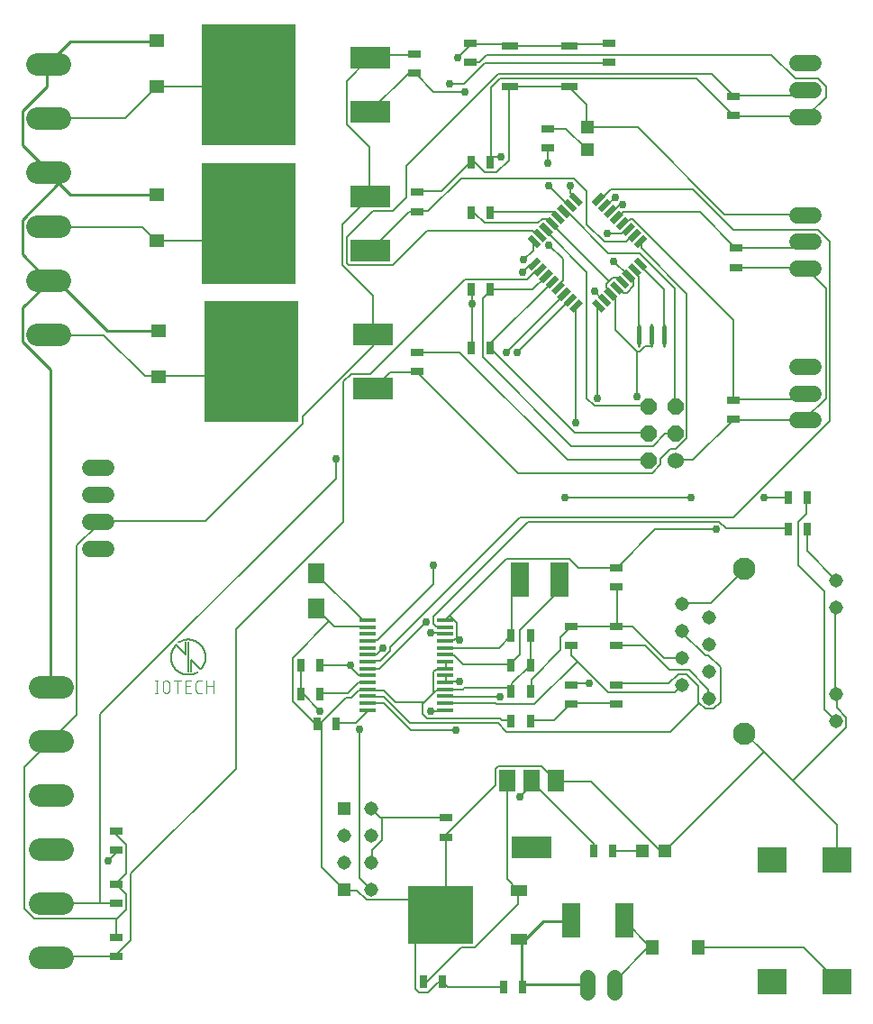
<source format=gbr>
G04 EAGLE Gerber RS-274X export*
G75*
%MOMM*%
%FSLAX34Y34*%
%LPD*%
%AMOC8*
5,1,8,0,0,1.08239X$1,22.5*%
G01*
%ADD10R,1.200000X0.800000*%
%ADD11R,1.200000X1.200000*%
%ADD12R,1.270000X1.470000*%
%ADD13R,0.800000X1.200000*%
%ADD14R,1.780000X3.200000*%
%ADD15R,1.498600X2.006600*%
%ADD16R,3.810000X2.006600*%
%ADD17R,2.800000X2.400000*%
%ADD18R,6.200000X5.400000*%
%ADD19R,1.600000X1.000000*%
%ADD20C,1.422400*%
%ADD21R,1.470000X1.270000*%
%ADD22R,3.810000X2.082800*%
%ADD23R,8.890000X11.430000*%
%ADD24C,1.524000*%
%ADD25R,1.308000X1.308000*%
%ADD26C,1.308000*%
%ADD27C,2.095500*%
%ADD28R,1.500000X0.400000*%
%ADD29R,1.700000X3.300000*%
%ADD30R,1.600000X1.900000*%
%ADD31C,0.127000*%
%ADD32C,0.101600*%
%ADD33C,2.100000*%
%ADD34R,1.270000X0.558800*%
%ADD35R,0.558800X1.270000*%
%ADD36R,1.524000X0.762000*%
%ADD37C,0.450000*%
%ADD38C,0.254000*%
%ADD39C,1.524000*%
%ADD40P,1.649562X8X112.500000*%
%ADD41C,0.203200*%
%ADD42C,0.756400*%


D10*
X442500Y178500D03*
X442500Y196500D03*
D11*
X648000Y165000D03*
X627000Y165000D03*
D12*
X679000Y75000D03*
X636000Y75000D03*
D13*
X439000Y42500D03*
X421000Y42500D03*
X599000Y165000D03*
X581000Y165000D03*
D14*
X609900Y100000D03*
X560100Y100000D03*
D15*
X545106Y231496D03*
X522246Y231496D03*
X499386Y231496D03*
D16*
X522500Y168504D03*
D17*
X810000Y43000D03*
X810000Y157000D03*
X749000Y43000D03*
X749000Y157000D03*
D18*
X437500Y105000D03*
D19*
X510500Y82200D03*
X510500Y127800D03*
D13*
X496000Y37500D03*
X514000Y37500D03*
D20*
X600200Y32888D02*
X600200Y47112D01*
X574800Y47112D02*
X574800Y32888D01*
D10*
X412500Y914000D03*
X412500Y896000D03*
D21*
X170000Y883500D03*
X170000Y926500D03*
D22*
X371400Y859600D03*
X371400Y910400D03*
D23*
X257100Y885000D03*
D10*
X712500Y589000D03*
X712500Y571000D03*
D24*
X772380Y620000D02*
X787620Y620000D01*
X787620Y595000D02*
X772380Y595000D01*
X772380Y570000D02*
X787620Y570000D01*
D10*
X715000Y731500D03*
X715000Y713500D03*
D24*
X772380Y762500D02*
X787620Y762500D01*
X787620Y737500D02*
X772380Y737500D01*
X772380Y712500D02*
X787620Y712500D01*
D10*
X415000Y784000D03*
X415000Y766000D03*
D21*
X170000Y738500D03*
X170000Y781500D03*
D22*
X371400Y729600D03*
X371400Y780400D03*
D23*
X257100Y755000D03*
D25*
X346375Y129250D03*
X346375Y205450D03*
D26*
X346375Y154650D03*
X346375Y180050D03*
X371775Y180050D03*
X371775Y154650D03*
X371775Y129250D03*
X371775Y205450D03*
D27*
X78778Y904500D02*
X57823Y904500D01*
X57823Y853700D02*
X78778Y853700D01*
X78778Y650500D02*
X57823Y650500D01*
X57823Y802900D02*
X78778Y802900D01*
X78778Y752100D02*
X57823Y752100D01*
X57823Y701300D02*
X78778Y701300D01*
X81278Y319500D02*
X60323Y319500D01*
X60323Y268700D02*
X81278Y268700D01*
X81278Y65500D02*
X60323Y65500D01*
X60323Y217900D02*
X81278Y217900D01*
X81278Y167100D02*
X60323Y167100D01*
X60323Y116300D02*
X81278Y116300D01*
D10*
X415000Y634000D03*
X415000Y616000D03*
D21*
X172500Y611000D03*
X172500Y654000D03*
D22*
X373900Y599600D03*
X373900Y650400D03*
D23*
X259600Y625000D03*
D10*
X712500Y874000D03*
X712500Y856000D03*
D24*
X772380Y905000D02*
X787620Y905000D01*
X787620Y880000D02*
X772380Y880000D01*
X772380Y855000D02*
X787620Y855000D01*
D10*
X132500Y184000D03*
X132500Y166000D03*
X132500Y134000D03*
X132500Y116000D03*
X132500Y84000D03*
X132500Y66000D03*
D28*
X368750Y382250D03*
X368750Y375750D03*
X368750Y369250D03*
X368750Y362750D03*
X368750Y356250D03*
X368750Y349750D03*
X368750Y343250D03*
X368750Y336750D03*
X368750Y330250D03*
X368750Y323750D03*
X368750Y317250D03*
X368750Y310750D03*
X368750Y304250D03*
X368750Y297750D03*
X441250Y297750D03*
X441250Y304250D03*
X441250Y310750D03*
X441250Y317250D03*
X441250Y323750D03*
X441250Y330250D03*
X441250Y336750D03*
X441250Y343250D03*
X441250Y349750D03*
X441250Y356250D03*
X441250Y362750D03*
X441250Y369250D03*
X441250Y375750D03*
X441250Y382250D03*
D13*
X324000Y312500D03*
X306000Y312500D03*
X324000Y340000D03*
X306000Y340000D03*
X339000Y285000D03*
X321000Y285000D03*
D29*
X511500Y420000D03*
X548500Y420000D03*
D13*
X503500Y340000D03*
X521500Y340000D03*
X503500Y367500D03*
X521500Y367500D03*
D10*
X560000Y358500D03*
X560000Y376500D03*
X602500Y358500D03*
X602500Y376500D03*
X602500Y303500D03*
X602500Y321500D03*
X560000Y303500D03*
X560000Y321500D03*
D13*
X521500Y315000D03*
X503500Y315000D03*
D10*
X602500Y431500D03*
X602500Y413500D03*
D13*
X521500Y287500D03*
X503500Y287500D03*
D30*
X320000Y393500D03*
X320000Y426500D03*
D13*
X781500Y467500D03*
X763500Y467500D03*
X781500Y497500D03*
X763500Y497500D03*
D31*
X200000Y361470D02*
X200000Y333530D01*
X202540Y333530D02*
X202540Y344960D01*
X211430Y336070D01*
X197460Y350040D02*
X188570Y358930D01*
X197460Y361470D02*
X197460Y350040D01*
X191110Y361471D02*
X191449Y361680D01*
X191793Y361881D01*
X192142Y362074D01*
X192495Y362258D01*
X192853Y362433D01*
X193215Y362600D01*
X193581Y362758D01*
X193951Y362907D01*
X194324Y363046D01*
X194701Y363177D01*
X195080Y363298D01*
X195463Y363411D01*
X195848Y363513D01*
X196235Y363607D01*
X196625Y363691D01*
X197016Y363765D01*
X197409Y363830D01*
X197804Y363885D01*
X198200Y363931D01*
X198597Y363967D01*
X198995Y363993D01*
X199393Y364010D01*
X199791Y364017D01*
X200190Y364014D01*
X200588Y364001D01*
X200986Y363979D01*
X201383Y363947D01*
X201780Y363906D01*
X202175Y363855D01*
X202569Y363794D01*
X202961Y363724D01*
X203351Y363644D01*
X203740Y363554D01*
X204126Y363455D01*
X204509Y363347D01*
X204890Y363230D01*
X205268Y363103D01*
X205643Y362967D01*
X206014Y362822D01*
X206382Y362668D01*
X206745Y362505D01*
X207105Y362333D01*
X207460Y362153D01*
X207811Y361964D01*
X208157Y361767D01*
X208499Y361561D01*
X208835Y361347D01*
X209165Y361124D01*
X209491Y360894D01*
X209810Y360656D01*
X210124Y360410D01*
X210432Y360157D01*
X210733Y359896D01*
X211028Y359628D01*
X211316Y359353D01*
X211598Y359071D01*
X211872Y358782D01*
X212140Y358486D01*
X212400Y358184D01*
X212653Y357876D01*
X212898Y357562D01*
X213135Y357242D01*
X213365Y356916D01*
X213586Y356585D01*
X213800Y356248D01*
X214005Y355907D01*
X214202Y355560D01*
X214390Y355209D01*
X214570Y354853D01*
X214741Y354493D01*
X214903Y354129D01*
X215056Y353761D01*
X215200Y353390D01*
X215335Y353015D01*
X215461Y352637D01*
X215578Y352256D01*
X215685Y351872D01*
X215783Y351485D01*
X215872Y351097D01*
X215951Y350706D01*
X216021Y350314D01*
X216080Y349920D01*
X216131Y349525D01*
X216172Y349128D01*
X216203Y348731D01*
X216224Y348333D01*
X216236Y347935D01*
X216238Y347536D01*
X216230Y347138D01*
X216212Y346739D01*
X216185Y346342D01*
X216148Y345945D01*
X216102Y345549D01*
X216046Y345155D01*
X215980Y344761D01*
X215905Y344370D01*
X215820Y343981D01*
X215726Y343593D01*
X215622Y343209D01*
X215509Y342826D01*
X215387Y342447D01*
X215256Y342071D01*
X215115Y341698D01*
X214965Y341329D01*
X214807Y340963D01*
X214639Y340601D01*
X214463Y340244D01*
X214278Y339891D01*
X214085Y339542D01*
X213883Y339199D01*
X213673Y338860D01*
X213455Y338527D01*
X213229Y338199D01*
X212994Y337876D01*
X212752Y337560D01*
X212503Y337249D01*
X212245Y336945D01*
X211981Y336646D01*
X211709Y336355D01*
X211430Y336070D01*
X208890Y333529D02*
X208551Y333320D01*
X208207Y333119D01*
X207858Y332926D01*
X207505Y332742D01*
X207147Y332567D01*
X206785Y332400D01*
X206419Y332242D01*
X206049Y332093D01*
X205676Y331954D01*
X205299Y331823D01*
X204920Y331702D01*
X204537Y331589D01*
X204152Y331487D01*
X203765Y331393D01*
X203375Y331309D01*
X202984Y331235D01*
X202591Y331170D01*
X202196Y331115D01*
X201800Y331069D01*
X201403Y331033D01*
X201005Y331007D01*
X200607Y330990D01*
X200209Y330983D01*
X199810Y330986D01*
X199412Y330999D01*
X199014Y331021D01*
X198617Y331053D01*
X198220Y331094D01*
X197825Y331145D01*
X197431Y331206D01*
X197039Y331276D01*
X196649Y331356D01*
X196260Y331446D01*
X195874Y331545D01*
X195491Y331653D01*
X195110Y331770D01*
X194732Y331897D01*
X194357Y332033D01*
X193986Y332178D01*
X193618Y332332D01*
X193255Y332495D01*
X192895Y332667D01*
X192540Y332847D01*
X192189Y333036D01*
X191843Y333233D01*
X191501Y333439D01*
X191165Y333653D01*
X190835Y333876D01*
X190509Y334106D01*
X190190Y334344D01*
X189876Y334590D01*
X189568Y334843D01*
X189267Y335104D01*
X188972Y335372D01*
X188684Y335647D01*
X188402Y335929D01*
X188128Y336218D01*
X187860Y336514D01*
X187600Y336816D01*
X187347Y337124D01*
X187102Y337438D01*
X186865Y337758D01*
X186635Y338084D01*
X186414Y338415D01*
X186200Y338752D01*
X185995Y339093D01*
X185798Y339440D01*
X185610Y339791D01*
X185430Y340147D01*
X185259Y340507D01*
X185097Y340871D01*
X184944Y341239D01*
X184800Y341610D01*
X184665Y341985D01*
X184539Y342363D01*
X184422Y342744D01*
X184315Y343128D01*
X184217Y343515D01*
X184128Y343903D01*
X184049Y344294D01*
X183979Y344686D01*
X183920Y345080D01*
X183869Y345475D01*
X183828Y345872D01*
X183797Y346269D01*
X183776Y346667D01*
X183764Y347065D01*
X183762Y347464D01*
X183770Y347862D01*
X183788Y348261D01*
X183815Y348658D01*
X183852Y349055D01*
X183898Y349451D01*
X183954Y349845D01*
X184020Y350239D01*
X184095Y350630D01*
X184180Y351019D01*
X184274Y351407D01*
X184378Y351791D01*
X184491Y352174D01*
X184613Y352553D01*
X184744Y352929D01*
X184885Y353302D01*
X185035Y353671D01*
X185193Y354037D01*
X185361Y354399D01*
X185537Y354756D01*
X185722Y355109D01*
X185915Y355458D01*
X186117Y355801D01*
X186327Y356140D01*
X186545Y356473D01*
X186771Y356801D01*
X187006Y357124D01*
X187248Y357440D01*
X187497Y357751D01*
X187755Y358055D01*
X188019Y358354D01*
X188291Y358645D01*
X188570Y358930D01*
D32*
X170056Y325402D02*
X170056Y313718D01*
X168758Y313718D02*
X171354Y313718D01*
X171354Y325402D02*
X168758Y325402D01*
X175955Y322156D02*
X175955Y316964D01*
X175954Y322156D02*
X175956Y322269D01*
X175962Y322382D01*
X175972Y322495D01*
X175986Y322608D01*
X176003Y322720D01*
X176025Y322831D01*
X176050Y322941D01*
X176080Y323051D01*
X176113Y323159D01*
X176150Y323266D01*
X176190Y323372D01*
X176235Y323476D01*
X176283Y323579D01*
X176334Y323680D01*
X176389Y323779D01*
X176447Y323876D01*
X176509Y323971D01*
X176574Y324064D01*
X176642Y324154D01*
X176713Y324242D01*
X176788Y324328D01*
X176865Y324411D01*
X176945Y324491D01*
X177028Y324568D01*
X177114Y324643D01*
X177202Y324714D01*
X177292Y324782D01*
X177385Y324847D01*
X177480Y324909D01*
X177577Y324967D01*
X177676Y325022D01*
X177777Y325073D01*
X177880Y325121D01*
X177984Y325166D01*
X178090Y325206D01*
X178197Y325243D01*
X178305Y325276D01*
X178415Y325306D01*
X178525Y325331D01*
X178636Y325353D01*
X178748Y325370D01*
X178861Y325384D01*
X178974Y325394D01*
X179087Y325400D01*
X179200Y325402D01*
X179313Y325400D01*
X179426Y325394D01*
X179539Y325384D01*
X179652Y325370D01*
X179764Y325353D01*
X179875Y325331D01*
X179985Y325306D01*
X180095Y325276D01*
X180203Y325243D01*
X180310Y325206D01*
X180416Y325166D01*
X180520Y325121D01*
X180623Y325073D01*
X180724Y325022D01*
X180823Y324967D01*
X180920Y324909D01*
X181015Y324847D01*
X181108Y324782D01*
X181198Y324714D01*
X181286Y324643D01*
X181372Y324568D01*
X181455Y324491D01*
X181535Y324411D01*
X181612Y324328D01*
X181687Y324242D01*
X181758Y324154D01*
X181826Y324064D01*
X181891Y323971D01*
X181953Y323876D01*
X182011Y323779D01*
X182066Y323680D01*
X182117Y323579D01*
X182165Y323476D01*
X182210Y323372D01*
X182250Y323266D01*
X182287Y323159D01*
X182320Y323051D01*
X182350Y322941D01*
X182375Y322831D01*
X182397Y322720D01*
X182414Y322608D01*
X182428Y322495D01*
X182438Y322382D01*
X182444Y322269D01*
X182446Y322156D01*
X182446Y316964D01*
X182444Y316851D01*
X182438Y316738D01*
X182428Y316625D01*
X182414Y316512D01*
X182397Y316400D01*
X182375Y316289D01*
X182350Y316179D01*
X182320Y316069D01*
X182287Y315961D01*
X182250Y315854D01*
X182210Y315748D01*
X182165Y315644D01*
X182117Y315541D01*
X182066Y315440D01*
X182011Y315341D01*
X181953Y315244D01*
X181891Y315149D01*
X181826Y315056D01*
X181758Y314966D01*
X181687Y314878D01*
X181612Y314792D01*
X181535Y314709D01*
X181455Y314629D01*
X181372Y314552D01*
X181286Y314477D01*
X181198Y314406D01*
X181108Y314338D01*
X181015Y314273D01*
X180920Y314211D01*
X180823Y314153D01*
X180724Y314098D01*
X180623Y314047D01*
X180520Y313999D01*
X180416Y313954D01*
X180310Y313914D01*
X180203Y313877D01*
X180095Y313844D01*
X179985Y313814D01*
X179875Y313789D01*
X179764Y313767D01*
X179652Y313750D01*
X179539Y313736D01*
X179426Y313726D01*
X179313Y313720D01*
X179200Y313718D01*
X179087Y313720D01*
X178974Y313726D01*
X178861Y313736D01*
X178748Y313750D01*
X178636Y313767D01*
X178525Y313789D01*
X178415Y313814D01*
X178305Y313844D01*
X178197Y313877D01*
X178090Y313914D01*
X177984Y313954D01*
X177880Y313999D01*
X177777Y314047D01*
X177676Y314098D01*
X177577Y314153D01*
X177480Y314211D01*
X177385Y314273D01*
X177292Y314338D01*
X177202Y314406D01*
X177114Y314477D01*
X177028Y314552D01*
X176945Y314629D01*
X176865Y314709D01*
X176788Y314792D01*
X176713Y314878D01*
X176642Y314966D01*
X176574Y315056D01*
X176509Y315149D01*
X176447Y315244D01*
X176389Y315341D01*
X176334Y315440D01*
X176283Y315541D01*
X176235Y315644D01*
X176190Y315748D01*
X176150Y315854D01*
X176113Y315961D01*
X176080Y316069D01*
X176050Y316179D01*
X176025Y316289D01*
X176003Y316400D01*
X175986Y316512D01*
X175972Y316625D01*
X175962Y316738D01*
X175956Y316851D01*
X175954Y316964D01*
X189868Y313718D02*
X189868Y325402D01*
X186623Y325402D02*
X193114Y325402D01*
X197694Y313718D02*
X202887Y313718D01*
X197694Y313718D02*
X197694Y325402D01*
X202887Y325402D01*
X201589Y320209D02*
X197694Y320209D01*
X209760Y313718D02*
X212356Y313718D01*
X209760Y313718D02*
X209661Y313720D01*
X209561Y313726D01*
X209462Y313735D01*
X209364Y313748D01*
X209266Y313765D01*
X209168Y313786D01*
X209072Y313811D01*
X208977Y313839D01*
X208883Y313871D01*
X208790Y313906D01*
X208698Y313945D01*
X208608Y313988D01*
X208520Y314033D01*
X208433Y314083D01*
X208349Y314135D01*
X208266Y314191D01*
X208186Y314249D01*
X208108Y314311D01*
X208033Y314376D01*
X207960Y314444D01*
X207890Y314514D01*
X207822Y314587D01*
X207757Y314662D01*
X207695Y314740D01*
X207637Y314820D01*
X207581Y314903D01*
X207529Y314987D01*
X207479Y315074D01*
X207434Y315162D01*
X207391Y315252D01*
X207352Y315344D01*
X207317Y315437D01*
X207285Y315531D01*
X207257Y315626D01*
X207232Y315722D01*
X207211Y315820D01*
X207194Y315918D01*
X207181Y316016D01*
X207172Y316115D01*
X207166Y316215D01*
X207164Y316314D01*
X207163Y316314D02*
X207163Y322806D01*
X207164Y322806D02*
X207166Y322905D01*
X207172Y323005D01*
X207181Y323104D01*
X207194Y323202D01*
X207211Y323300D01*
X207232Y323398D01*
X207257Y323494D01*
X207285Y323589D01*
X207317Y323683D01*
X207352Y323776D01*
X207391Y323868D01*
X207434Y323958D01*
X207479Y324046D01*
X207529Y324133D01*
X207581Y324217D01*
X207637Y324300D01*
X207695Y324380D01*
X207757Y324458D01*
X207822Y324533D01*
X207890Y324606D01*
X207960Y324676D01*
X208033Y324744D01*
X208108Y324809D01*
X208186Y324871D01*
X208266Y324929D01*
X208349Y324985D01*
X208433Y325037D01*
X208520Y325087D01*
X208608Y325132D01*
X208698Y325175D01*
X208790Y325214D01*
X208882Y325249D01*
X208977Y325281D01*
X209072Y325309D01*
X209168Y325334D01*
X209266Y325355D01*
X209364Y325372D01*
X209462Y325385D01*
X209561Y325394D01*
X209661Y325400D01*
X209760Y325402D01*
X212356Y325402D01*
X217103Y325402D02*
X217103Y313718D01*
X217103Y320209D02*
X223594Y320209D01*
X223594Y325402D02*
X223594Y313718D01*
D33*
X722700Y275750D03*
X722700Y430650D03*
D26*
X808400Y419450D03*
X808400Y394050D03*
X808400Y312350D03*
X808400Y286950D03*
X664300Y397600D03*
X664300Y372200D03*
X664300Y346800D03*
X664300Y321400D03*
X689700Y385000D03*
X689700Y359600D03*
X689700Y334200D03*
X689700Y308800D03*
D24*
X122620Y449400D02*
X107380Y449400D01*
X107380Y474800D02*
X122620Y474800D01*
X122620Y500200D02*
X107380Y500200D01*
X107380Y525600D02*
X122620Y525600D01*
D10*
X465000Y924000D03*
X465000Y906000D03*
D13*
X466000Y812500D03*
X484000Y812500D03*
X466000Y765000D03*
X484000Y765000D03*
D10*
X537500Y826000D03*
X537500Y844000D03*
D11*
X575000Y845500D03*
X575000Y824500D03*
D34*
G36*
X583040Y683813D02*
X592019Y674834D01*
X588068Y670883D01*
X579089Y679862D01*
X583040Y683813D01*
G37*
G36*
X588697Y689470D02*
X597676Y680491D01*
X593725Y676540D01*
X584746Y685519D01*
X588697Y689470D01*
G37*
G36*
X594354Y695126D02*
X603333Y686147D01*
X599382Y682196D01*
X590403Y691175D01*
X594354Y695126D01*
G37*
G36*
X600011Y700783D02*
X608990Y691804D01*
X605039Y687853D01*
X596060Y696832D01*
X600011Y700783D01*
G37*
G36*
X605668Y706440D02*
X614647Y697461D01*
X610696Y693510D01*
X601717Y702489D01*
X605668Y706440D01*
G37*
G36*
X611325Y712097D02*
X620304Y703118D01*
X616353Y699167D01*
X607374Y708146D01*
X611325Y712097D01*
G37*
G36*
X616981Y717754D02*
X625960Y708775D01*
X622009Y704824D01*
X613030Y713803D01*
X616981Y717754D01*
G37*
G36*
X622638Y723411D02*
X631617Y714432D01*
X627666Y710481D01*
X618687Y719460D01*
X622638Y723411D01*
G37*
D35*
G36*
X627666Y744519D02*
X631617Y740568D01*
X622638Y731589D01*
X618687Y735540D01*
X627666Y744519D01*
G37*
G36*
X622009Y750176D02*
X625960Y746225D01*
X616981Y737246D01*
X613030Y741197D01*
X622009Y750176D01*
G37*
G36*
X616353Y755833D02*
X620304Y751882D01*
X611325Y742903D01*
X607374Y746854D01*
X616353Y755833D01*
G37*
G36*
X610696Y761490D02*
X614647Y757539D01*
X605668Y748560D01*
X601717Y752511D01*
X610696Y761490D01*
G37*
G36*
X605039Y767147D02*
X608990Y763196D01*
X600011Y754217D01*
X596060Y758168D01*
X605039Y767147D01*
G37*
G36*
X599382Y772804D02*
X603333Y768853D01*
X594354Y759874D01*
X590403Y763825D01*
X599382Y772804D01*
G37*
G36*
X593725Y778460D02*
X597676Y774509D01*
X588697Y765530D01*
X584746Y769481D01*
X593725Y778460D01*
G37*
G36*
X588068Y784117D02*
X592019Y780166D01*
X583040Y771187D01*
X579089Y775138D01*
X588068Y784117D01*
G37*
D34*
G36*
X561932Y784117D02*
X570911Y775138D01*
X566960Y771187D01*
X557981Y780166D01*
X561932Y784117D01*
G37*
G36*
X556275Y778460D02*
X565254Y769481D01*
X561303Y765530D01*
X552324Y774509D01*
X556275Y778460D01*
G37*
G36*
X550618Y772804D02*
X559597Y763825D01*
X555646Y759874D01*
X546667Y768853D01*
X550618Y772804D01*
G37*
G36*
X544961Y767147D02*
X553940Y758168D01*
X549989Y754217D01*
X541010Y763196D01*
X544961Y767147D01*
G37*
G36*
X539304Y761490D02*
X548283Y752511D01*
X544332Y748560D01*
X535353Y757539D01*
X539304Y761490D01*
G37*
G36*
X533647Y755833D02*
X542626Y746854D01*
X538675Y742903D01*
X529696Y751882D01*
X533647Y755833D01*
G37*
G36*
X527991Y750176D02*
X536970Y741197D01*
X533019Y737246D01*
X524040Y746225D01*
X527991Y750176D01*
G37*
G36*
X522334Y744519D02*
X531313Y735540D01*
X527362Y731589D01*
X518383Y740568D01*
X522334Y744519D01*
G37*
D35*
G36*
X527362Y723411D02*
X531313Y719460D01*
X522334Y710481D01*
X518383Y714432D01*
X527362Y723411D01*
G37*
G36*
X533019Y717754D02*
X536970Y713803D01*
X527991Y704824D01*
X524040Y708775D01*
X533019Y717754D01*
G37*
G36*
X538675Y712097D02*
X542626Y708146D01*
X533647Y699167D01*
X529696Y703118D01*
X538675Y712097D01*
G37*
G36*
X544332Y706440D02*
X548283Y702489D01*
X539304Y693510D01*
X535353Y697461D01*
X544332Y706440D01*
G37*
G36*
X549989Y700783D02*
X553940Y696832D01*
X544961Y687853D01*
X541010Y691804D01*
X549989Y700783D01*
G37*
G36*
X555646Y695126D02*
X559597Y691175D01*
X550618Y682196D01*
X546667Y686147D01*
X555646Y695126D01*
G37*
G36*
X561303Y689470D02*
X565254Y685519D01*
X556275Y676540D01*
X552324Y680491D01*
X561303Y689470D01*
G37*
G36*
X566960Y683813D02*
X570911Y679862D01*
X561932Y670883D01*
X557981Y674834D01*
X566960Y683813D01*
G37*
D10*
X595000Y924000D03*
X595000Y906000D03*
D13*
X484000Y692500D03*
X466000Y692500D03*
D36*
X557940Y883450D03*
X502060Y883450D03*
X557940Y921550D03*
X502060Y921550D03*
D37*
X623000Y657275D02*
X623000Y642725D01*
X635000Y642725D02*
X635000Y657275D01*
X647000Y657275D02*
X647000Y642725D01*
D38*
X623000Y650000D02*
X623000Y660160D01*
X623000Y650000D02*
X623000Y639840D01*
X647000Y650000D02*
X647000Y660160D01*
X647000Y650000D02*
X647000Y639840D01*
X635000Y650000D02*
X635000Y660160D01*
X635000Y650000D02*
X635000Y639840D01*
D13*
X484000Y637500D03*
X466000Y637500D03*
D39*
X657700Y532100D03*
D40*
X657700Y557500D03*
X657700Y582900D03*
X632300Y532100D03*
X632300Y557500D03*
X632300Y582900D03*
D38*
X169403Y925594D02*
X88784Y925594D01*
X68374Y905184D01*
X169403Y925594D02*
X170000Y926500D01*
X68374Y905184D02*
X68300Y904500D01*
X88784Y781703D02*
X169403Y781703D01*
X78068Y792418D02*
X68374Y802113D01*
X78068Y792418D02*
X88784Y781703D01*
X169403Y781703D02*
X170000Y781500D01*
X68374Y802113D02*
X68300Y802900D01*
X513312Y79599D02*
X513312Y37759D01*
X513312Y79599D02*
X511271Y81640D01*
X513312Y37759D02*
X514000Y37500D01*
X511271Y81640D02*
X510500Y82200D01*
X514332Y39800D02*
X574542Y39800D01*
X574800Y40000D01*
X514332Y39800D02*
X514000Y37500D01*
X533722Y98989D02*
X559234Y98989D01*
X533722Y98989D02*
X514332Y79599D01*
X559234Y98989D02*
X560100Y100000D01*
X514332Y79599D02*
X510500Y82200D01*
X172465Y654141D02*
X123481Y654141D01*
X76538Y701084D01*
X68374Y701084D01*
X172465Y654141D02*
X172500Y654000D01*
X68374Y701084D02*
X68300Y701300D01*
X70415Y617403D02*
X70415Y320437D01*
X70415Y617403D02*
X43882Y643936D01*
X43882Y675571D01*
X68374Y700063D01*
X70415Y320437D02*
X70800Y319500D01*
X68374Y700063D02*
X68300Y701300D01*
X43882Y758232D02*
X78068Y792418D01*
X43882Y758232D02*
X43882Y725576D01*
X67353Y702104D01*
X68300Y701300D01*
X67353Y883753D02*
X67353Y904163D01*
X67353Y883753D02*
X43882Y860282D01*
X43882Y828646D01*
X68374Y804154D01*
X67353Y904163D02*
X68300Y904500D01*
X68374Y804154D02*
X68300Y802900D01*
D41*
X373503Y913348D02*
X412282Y913348D01*
X373503Y913348D02*
X371462Y911307D01*
X412282Y913348D02*
X412500Y914000D01*
X371462Y911307D02*
X371400Y910400D01*
X370442Y826605D02*
X370442Y780683D01*
X370442Y826605D02*
X349011Y848036D01*
X349011Y888856D01*
X370442Y910286D01*
X370442Y780683D02*
X371400Y780400D01*
X370442Y910286D02*
X371400Y910400D01*
X373503Y686797D02*
X373503Y651079D01*
X373503Y686797D02*
X344929Y715371D01*
X344929Y754150D01*
X370442Y779662D01*
X373503Y651079D02*
X373900Y650400D01*
X370442Y779662D02*
X371400Y780400D01*
X132665Y101030D02*
X132665Y84702D01*
X133175Y101540D02*
X141850Y110214D01*
X133175Y101540D02*
X132665Y101030D01*
X141850Y110214D02*
X141850Y124501D01*
X132665Y133686D01*
X132665Y84702D02*
X132500Y84000D01*
X132665Y133686D02*
X132500Y134000D01*
X132665Y180629D02*
X132665Y183690D01*
X132665Y180629D02*
X141850Y171444D01*
X141850Y143891D01*
X132665Y134706D01*
X132665Y183690D02*
X132500Y184000D01*
X132665Y134706D02*
X132500Y134000D01*
X114296Y471471D02*
X114296Y474533D01*
X114296Y471471D02*
X94907Y452082D01*
X94907Y292884D01*
X71435Y269412D01*
X114296Y474533D02*
X115000Y474800D01*
X71435Y269412D02*
X70800Y268700D01*
X55107Y102050D02*
X132665Y102050D01*
X55107Y102050D02*
X45923Y111235D01*
X45923Y243900D01*
X70415Y268392D01*
X132665Y102050D02*
X133175Y101540D01*
X70415Y268392D02*
X70800Y268700D01*
X373503Y639854D02*
X373503Y650059D01*
X373503Y639854D02*
X307171Y573521D01*
X307171Y566378D01*
X216346Y475553D01*
X115317Y475553D01*
X373503Y650059D02*
X373900Y650400D01*
X115317Y475553D02*
X115000Y474800D01*
X415344Y784765D02*
X437795Y784765D01*
X465348Y812318D01*
X415344Y784765D02*
X415000Y784000D01*
X465348Y812318D02*
X466000Y812500D01*
X574542Y845995D02*
X574542Y866405D01*
X558214Y882733D01*
X574542Y845995D02*
X575000Y845500D01*
X558214Y882733D02*
X557940Y883450D01*
X557193Y883753D02*
X502086Y883753D01*
X502060Y883450D01*
X557193Y883753D02*
X557940Y883450D01*
X469430Y812318D02*
X466369Y812318D01*
X469430Y812318D02*
X478615Y803134D01*
X489840Y803134D01*
X501066Y814359D01*
X501066Y882733D01*
X466369Y812318D02*
X466000Y812500D01*
X501066Y882733D02*
X502060Y883450D01*
X575562Y844974D02*
X622505Y844974D01*
X704145Y763334D01*
X779662Y763334D01*
X575562Y844974D02*
X575000Y845500D01*
X779662Y763334D02*
X780000Y762500D01*
X469430Y764355D02*
X466369Y764355D01*
X469430Y764355D02*
X478615Y755170D01*
X528619Y755170D01*
X532701Y759252D01*
X536783Y759252D01*
X540865Y755170D01*
X466369Y764355D02*
X466000Y765000D01*
X540865Y755170D02*
X541818Y755025D01*
X595972Y691899D02*
X595972Y688838D01*
X595972Y691899D02*
X592911Y694961D01*
X592911Y698022D01*
X595462Y700573D02*
X599034Y704145D01*
X595462Y700573D02*
X592911Y698022D01*
X599034Y704145D02*
X603116Y704145D01*
X607198Y700063D01*
X596868Y688661D02*
X595972Y688838D01*
X607198Y700063D02*
X608182Y699975D01*
X629649Y639854D02*
X633731Y639854D01*
X629649Y639854D02*
X624546Y634751D01*
X621485Y634751D01*
X601075Y655161D01*
X601075Y683735D01*
X596993Y687817D01*
X633731Y639854D02*
X635000Y639840D01*
X596993Y687817D02*
X596868Y688661D01*
X595462Y700573D02*
X541886Y754150D01*
X541818Y755025D01*
X455143Y633731D02*
X415344Y633731D01*
X455143Y633731D02*
X556173Y532701D01*
X631690Y532701D01*
X415344Y633731D02*
X415000Y634000D01*
X631690Y532701D02*
X632300Y532100D01*
X621485Y591890D02*
X621485Y634751D01*
X504127Y322478D02*
X504127Y318396D01*
X504127Y315335D01*
X504127Y322478D02*
X521476Y339827D01*
X504127Y315335D02*
X503500Y315000D01*
X521476Y339827D02*
X521500Y340000D01*
X521476Y340847D02*
X521476Y367380D01*
X521500Y367500D01*
X521476Y340847D02*
X521500Y340000D01*
X441877Y342888D02*
X441877Y336765D01*
X441250Y336750D01*
X441877Y342888D02*
X441250Y343250D01*
X494943Y287781D02*
X503107Y287781D01*
X494943Y287781D02*
X492902Y289822D01*
X424528Y289822D01*
X420446Y293904D01*
X420446Y304109D01*
X431161Y314824D02*
X432692Y316355D01*
X431161Y314824D02*
X420956Y304619D01*
X420446Y304109D01*
X432692Y316355D02*
X440856Y316355D01*
X503107Y287781D02*
X503500Y287500D01*
X440856Y316355D02*
X441250Y317250D01*
X440856Y335745D02*
X432692Y335745D01*
X430651Y333704D01*
X430651Y315335D01*
X440856Y335745D02*
X441250Y336750D01*
X430651Y315335D02*
X431161Y314824D01*
X459225Y318396D02*
X504127Y318396D01*
X459225Y318396D02*
X458205Y317376D01*
X441877Y317376D01*
X503500Y315000D02*
X504127Y318396D01*
X441877Y317376D02*
X441250Y317250D01*
X368401Y376565D02*
X336765Y376565D01*
X332173Y381157D02*
X320437Y392893D01*
X332173Y381157D02*
X336765Y376565D01*
X368401Y376565D02*
X368750Y375750D01*
X320437Y392893D02*
X320000Y393500D01*
X321458Y285740D02*
X324519Y285740D01*
X325029Y286250D02*
X347991Y309212D01*
X325029Y286250D02*
X324519Y285740D01*
X347991Y309212D02*
X353093Y309212D01*
X360237Y316355D01*
X368401Y316355D01*
X321458Y285740D02*
X321000Y285000D01*
X368401Y316355D02*
X368750Y317250D01*
X332173Y381157D02*
X297986Y346970D01*
X297986Y306150D01*
X318396Y285740D01*
X320437Y285740D01*
X321000Y285000D01*
X394934Y305130D02*
X420446Y305130D01*
X394934Y305130D02*
X383708Y316355D01*
X369421Y316355D01*
X420446Y305130D02*
X420956Y304619D01*
X369421Y316355D02*
X368750Y317250D01*
X443918Y37759D02*
X495963Y37759D01*
X443918Y37759D02*
X439836Y41841D01*
X495963Y37759D02*
X496000Y37500D01*
X439836Y41841D02*
X439000Y42500D01*
X441877Y109194D02*
X441877Y119399D01*
X441877Y177567D01*
X441877Y109194D02*
X437795Y105112D01*
X441877Y177567D02*
X442500Y178500D01*
X437795Y105112D02*
X437500Y105000D01*
X358196Y128583D02*
X346970Y128583D01*
X358196Y128583D02*
X367380Y119399D01*
X441877Y119399D01*
X346970Y128583D02*
X346375Y129250D01*
X437500Y105000D02*
X441877Y119399D01*
X438815Y41841D02*
X434733Y41841D01*
X425549Y32656D01*
X416364Y32656D01*
X413303Y35718D01*
X413303Y80620D01*
X436774Y104091D01*
X439000Y42500D02*
X438815Y41841D01*
X436774Y104091D02*
X437500Y105000D01*
X643936Y165321D02*
X646997Y165321D01*
X643936Y165321D02*
X578624Y230633D01*
X545968Y230633D01*
X646997Y165321D02*
X648000Y165000D01*
X545968Y230633D02*
X545106Y231496D01*
X664346Y397995D02*
X690879Y397995D01*
X722514Y429631D01*
X664346Y397995D02*
X664300Y397600D01*
X722514Y429631D02*
X722700Y430650D01*
X808236Y393913D02*
X808236Y313294D01*
X808400Y312350D01*
X808236Y393913D02*
X808400Y394050D01*
X809257Y189813D02*
X809257Y157157D01*
X740883Y258187D02*
X723535Y275535D01*
X740883Y258187D02*
X767926Y231143D01*
X809257Y189813D01*
X809257Y157157D02*
X810000Y157000D01*
X723535Y275535D02*
X722700Y275750D01*
X809257Y300027D02*
X809257Y312273D01*
X809257Y300027D02*
X818441Y290843D01*
X818441Y281658D01*
X767926Y231143D01*
X808400Y312350D02*
X809257Y312273D01*
X740883Y258187D02*
X648018Y165321D01*
X648000Y165000D01*
X442897Y178588D02*
X442897Y181649D01*
X488820Y227572D01*
X488820Y242879D01*
X490861Y244920D01*
X531681Y244920D01*
X544947Y231654D01*
X442897Y178588D02*
X442500Y178500D01*
X544947Y231654D02*
X545106Y231496D01*
X325540Y285740D02*
X325540Y150014D01*
X345950Y129604D01*
X325540Y285740D02*
X325029Y286250D01*
X345950Y129604D02*
X346375Y129250D01*
D42*
X621485Y591890D03*
D41*
X626587Y165321D02*
X599034Y165321D01*
X599000Y165000D01*
X626587Y165321D02*
X627000Y165000D01*
X679653Y74497D02*
X778642Y74497D01*
X809257Y43882D01*
X679653Y74497D02*
X679000Y75000D01*
X809257Y43882D02*
X810000Y43000D01*
X424528Y42861D02*
X421467Y42861D01*
X424528Y42861D02*
X456164Y74497D01*
X469430Y74497D01*
X510250Y115317D01*
X510250Y127563D01*
X421467Y42861D02*
X421000Y42500D01*
X510250Y127563D02*
X510500Y127800D01*
X500045Y138788D02*
X500045Y230633D01*
X500045Y138788D02*
X510250Y128583D01*
X500045Y230633D02*
X499386Y231496D01*
X510250Y128583D02*
X510500Y127800D01*
X633731Y75517D02*
X635772Y75517D01*
X633731Y75517D02*
X610259Y98989D01*
X635772Y75517D02*
X636000Y75000D01*
X610259Y98989D02*
X609900Y100000D01*
X601075Y43882D02*
X601075Y40820D01*
X601075Y43882D02*
X632710Y75517D01*
X601075Y40820D02*
X600200Y40000D01*
X632710Y75517D02*
X636000Y75000D01*
X255125Y883753D02*
X170424Y883753D01*
X255125Y883753D02*
X256146Y884774D01*
X170424Y883753D02*
X170000Y883500D01*
X256146Y884774D02*
X257100Y885000D01*
X140829Y854159D02*
X68374Y854159D01*
X140829Y854159D02*
X169403Y882733D01*
X68374Y854159D02*
X68300Y853700D01*
X169403Y882733D02*
X170000Y883500D01*
X585767Y778642D02*
X588829Y778642D01*
X596993Y786806D01*
X674551Y786806D01*
X712309Y749047D01*
X791908Y749047D01*
X803134Y737822D01*
X803134Y569439D01*
X712309Y478615D01*
X511271Y478615D01*
X389831Y357175D01*
X389831Y353093D01*
X380647Y343909D01*
X369421Y343909D01*
X585554Y777652D02*
X585767Y778642D01*
X369421Y343909D02*
X368750Y343250D01*
X131645Y165321D02*
X131645Y163280D01*
X124501Y156137D01*
X131645Y165321D02*
X132500Y166000D01*
X524537Y729658D02*
X524537Y737822D01*
X524537Y729658D02*
X515353Y720473D01*
X524537Y737822D02*
X524848Y738054D01*
D42*
X124501Y156137D03*
X515353Y720473D03*
D41*
X240838Y738842D02*
X170424Y738842D01*
X240838Y738842D02*
X256146Y754150D01*
X170424Y738842D02*
X170000Y738500D01*
X256146Y754150D02*
X257100Y755000D01*
X157157Y751088D02*
X68374Y751088D01*
X157157Y751088D02*
X169403Y738842D01*
X68374Y751088D02*
X68300Y752100D01*
X169403Y738842D02*
X170000Y738500D01*
X564337Y676592D02*
X564337Y567398D01*
X430651Y433713D02*
X430651Y416364D01*
X377585Y363298D01*
X369421Y363298D01*
X564337Y676592D02*
X564446Y677348D01*
X369421Y363298D02*
X368750Y362750D01*
D42*
X564337Y567398D03*
X430651Y433713D03*
D41*
X584747Y590870D02*
X584747Y676592D01*
X361257Y279617D02*
X361257Y139809D01*
X371462Y129604D01*
X584747Y676592D02*
X585554Y677348D01*
X371462Y129604D02*
X371775Y129250D01*
D42*
X584747Y590870D03*
X361257Y279617D03*
D41*
X588829Y683735D02*
X590870Y683735D01*
X588829Y683735D02*
X581685Y690879D01*
X590870Y683735D02*
X591211Y683005D01*
D42*
X581685Y690879D03*
D41*
X414323Y615362D02*
X389831Y615362D01*
X374524Y600054D01*
X414323Y615362D02*
X415000Y616000D01*
X374524Y600054D02*
X373900Y599600D01*
X625567Y731699D02*
X625567Y737822D01*
X625567Y731699D02*
X668428Y688838D01*
X668428Y553111D01*
X658223Y542906D01*
X653120Y542906D01*
X643936Y533722D01*
X643936Y528619D01*
X635772Y520455D01*
X510250Y520455D01*
X415344Y615362D01*
X625152Y738054D02*
X625567Y737822D01*
X415000Y616000D02*
X415344Y615362D01*
X414323Y765375D02*
X407180Y765375D01*
X371462Y729658D01*
X414323Y765375D02*
X415000Y766000D01*
X371462Y729658D02*
X371400Y729600D01*
X616382Y742924D02*
X619444Y742924D01*
X616382Y742924D02*
X611280Y737822D01*
X590870Y737822D01*
X574542Y754150D01*
X574542Y784765D01*
X562296Y797011D01*
X456164Y797011D01*
X425549Y766396D01*
X415344Y766396D01*
X619495Y743711D02*
X619444Y742924D01*
X415344Y766396D02*
X415000Y766000D01*
X713330Y874569D02*
X774560Y874569D01*
X779662Y879671D01*
X713330Y874569D02*
X712500Y874000D01*
X779662Y879671D02*
X780000Y880000D01*
X529640Y743945D02*
X527599Y743945D01*
X523517Y748027D01*
X424528Y748027D01*
X391872Y715371D01*
X351052Y715371D01*
X349011Y717412D01*
X349011Y741904D01*
X373503Y766396D01*
X391872Y766396D01*
X405139Y779662D01*
X405139Y809257D01*
X490861Y894979D01*
X691899Y894979D01*
X712309Y874569D01*
X530505Y743711D02*
X529640Y743945D01*
X712500Y874000D02*
X712309Y874569D01*
X537804Y825585D02*
X537804Y811298D01*
X559234Y789867D02*
X559234Y783744D01*
X564337Y778642D01*
X537804Y825585D02*
X537500Y826000D01*
X564337Y778642D02*
X564446Y777652D01*
X379626Y336765D02*
X369421Y336765D01*
X379626Y336765D02*
X423508Y380647D01*
X369421Y336765D02*
X368750Y336750D01*
D42*
X537804Y811298D03*
X559234Y789867D03*
X423508Y380647D03*
D41*
X591890Y772519D02*
X593931Y772519D01*
X601075Y779662D01*
X382688Y356155D02*
X376565Y350032D01*
X369421Y350032D01*
X591211Y771995D02*
X591890Y772519D01*
X369421Y350032D02*
X368750Y349750D01*
D42*
X601075Y779662D03*
X382688Y356155D03*
D41*
X351052Y339827D02*
X324519Y339827D01*
X351562Y339316D02*
X360237Y330642D01*
X351562Y339316D02*
X351052Y339827D01*
X360237Y330642D02*
X368401Y330642D01*
X324519Y339827D02*
X324000Y340000D01*
X368401Y330642D02*
X368750Y330250D01*
X596993Y766396D02*
X599034Y766396D01*
X605157Y772519D01*
X608218Y772519D01*
X596993Y766396D02*
X596868Y766339D01*
X352073Y339827D02*
X351562Y339316D01*
D42*
X608218Y772519D03*
X352073Y339827D03*
D41*
X407180Y895999D02*
X412282Y895999D01*
X407180Y895999D02*
X371462Y860282D01*
X412282Y895999D02*
X412500Y896000D01*
X371462Y860282D02*
X371400Y859600D01*
X611280Y749047D02*
X613321Y749047D01*
X611280Y749047D02*
X607198Y744965D01*
X593931Y744965D01*
X460246Y878651D02*
X430651Y878651D01*
X413303Y895999D01*
X613321Y749047D02*
X613839Y749368D01*
X413303Y895999D02*
X412500Y896000D01*
D42*
X593931Y744965D03*
X460246Y878651D03*
D41*
X713330Y589849D02*
X774560Y589849D01*
X779662Y594952D01*
X713330Y589849D02*
X712500Y589000D01*
X779662Y594952D02*
X780000Y595000D01*
X611280Y755170D02*
X608218Y755170D01*
X611280Y755170D02*
X615362Y759252D01*
X617403Y759252D01*
X712309Y664346D01*
X712309Y589849D01*
X608182Y755025D02*
X608218Y755170D01*
X712309Y589849D02*
X712500Y589000D01*
X715371Y731699D02*
X774560Y731699D01*
X779662Y736801D01*
X715371Y731699D02*
X715000Y731500D01*
X779662Y736801D02*
X780000Y737500D01*
X605157Y761293D02*
X603116Y761293D01*
X605157Y761293D02*
X609239Y765375D01*
X680674Y765375D01*
X714350Y731699D01*
X603116Y761293D02*
X602525Y760682D01*
X714350Y731699D02*
X715000Y731500D01*
X131645Y66333D02*
X71435Y66333D01*
X131645Y66333D02*
X132500Y66000D01*
X71435Y66333D02*
X70800Y65500D01*
X527599Y711289D02*
X529640Y711289D01*
X527599Y711289D02*
X518414Y702104D01*
X460246Y702104D01*
X371462Y613321D01*
X353093Y613321D01*
X345950Y606177D01*
X345950Y474533D01*
X244920Y373503D01*
X244920Y242879D01*
X145932Y143891D01*
X145932Y81640D01*
X131645Y67353D01*
X529640Y711289D02*
X530505Y711289D01*
X131645Y67353D02*
X132500Y66000D01*
X117358Y116337D02*
X71435Y116337D01*
X117358Y116337D02*
X131645Y116337D01*
X132500Y116000D01*
X71435Y116337D02*
X70800Y116300D01*
X521476Y716391D02*
X524537Y716391D01*
X521476Y716391D02*
X514332Y709248D01*
X338806Y533722D02*
X338806Y515353D01*
X117358Y293904D01*
X117358Y116337D01*
X524537Y716391D02*
X524848Y716946D01*
D42*
X514332Y709248D03*
X338806Y533722D03*
D41*
X245941Y611280D02*
X173485Y611280D01*
X245941Y611280D02*
X259207Y624546D01*
X173485Y611280D02*
X172500Y611000D01*
X259207Y624546D02*
X259600Y625000D01*
X120419Y650059D02*
X68374Y650059D01*
X120419Y650059D02*
X159198Y611280D01*
X172465Y611280D01*
X68374Y650059D02*
X68300Y650500D01*
X172465Y611280D02*
X172500Y611000D01*
X466369Y679653D02*
X466369Y691899D01*
X466369Y679653D02*
X466369Y637813D01*
X466000Y637500D01*
X466369Y691899D02*
X466000Y692500D01*
X603116Y693940D02*
X605157Y693940D01*
X609239Y689858D01*
X612300Y689858D01*
X618423Y695981D01*
X618423Y701084D01*
X614341Y705166D01*
X603116Y693940D02*
X602525Y694318D01*
X613839Y705632D02*
X614341Y705166D01*
X484738Y817421D02*
X484738Y882733D01*
X484738Y817421D02*
X484738Y813339D01*
X484738Y882733D02*
X492902Y890897D01*
X677612Y890897D01*
X712309Y856200D01*
X484738Y813339D02*
X484000Y812500D01*
X712309Y856200D02*
X712500Y856000D01*
X558214Y772519D02*
X556173Y772519D01*
X538824Y789867D01*
X493922Y817421D02*
X484738Y817421D01*
X558214Y772519D02*
X558789Y771995D01*
X484000Y812500D02*
X484738Y817421D01*
X600054Y719453D02*
X613321Y706186D01*
X613839Y705632D01*
X713330Y570460D02*
X779662Y570460D01*
X713330Y570460D02*
X712500Y571000D01*
X779662Y570460D02*
X780000Y570000D01*
X674551Y532701D02*
X658223Y532701D01*
X674551Y532701D02*
X712309Y570460D01*
X658223Y532701D02*
X657700Y532100D01*
X712309Y570460D02*
X712500Y571000D01*
X715371Y713330D02*
X779662Y713330D01*
X715371Y713330D02*
X715000Y713500D01*
X779662Y713330D02*
X780000Y712500D01*
X473512Y906204D02*
X465348Y906204D01*
X473512Y906204D02*
X480656Y913348D01*
X748027Y913348D01*
X770478Y890897D01*
X791908Y890897D01*
X799052Y883753D01*
X799052Y873548D01*
X780683Y855179D01*
X465348Y906204D02*
X465000Y906000D01*
X780000Y855000D02*
X780683Y855179D01*
X799052Y590870D02*
X779662Y571480D01*
X799052Y590870D02*
X799052Y693940D01*
X780683Y712309D01*
X779662Y571480D02*
X780000Y570000D01*
X780683Y712309D02*
X780000Y712500D01*
X779662Y855179D02*
X713330Y855179D01*
X712500Y856000D01*
X779662Y855179D02*
X780000Y855000D01*
X602095Y431672D02*
X566378Y431672D01*
X558214Y439836D01*
X499025Y439836D01*
X445448Y386259D02*
X441877Y382688D01*
X445448Y386259D02*
X499025Y439836D01*
X602095Y431672D02*
X602500Y431500D01*
X441877Y382688D02*
X441250Y382250D01*
X441877Y363298D02*
X450041Y363298D01*
X451571Y364829D02*
X452082Y365339D01*
X451571Y364829D02*
X450041Y363298D01*
X452082Y365339D02*
X452082Y379626D01*
X445448Y386259D01*
X441877Y363298D02*
X441250Y362750D01*
X580665Y172465D02*
X580665Y165321D01*
X580665Y172465D02*
X522496Y230633D01*
X580665Y165321D02*
X581000Y165000D01*
X522496Y230633D02*
X522246Y231496D01*
X306150Y313294D02*
X306150Y339827D01*
X306150Y313294D02*
X306000Y312500D01*
X306150Y339827D02*
X306000Y340000D01*
X441877Y329622D02*
X441877Y324519D01*
X441250Y323750D01*
X441877Y329622D02*
X441250Y330250D01*
X381667Y196957D02*
X380647Y196957D01*
X381667Y196957D02*
X441877Y196957D01*
X380647Y196957D02*
X372483Y205121D01*
X441877Y196957D02*
X442500Y196500D01*
X372483Y205121D02*
X371775Y205450D01*
X427590Y296966D02*
X440856Y296966D01*
X441250Y297750D01*
X442897Y324519D02*
X455143Y324519D01*
X442897Y324519D02*
X441250Y323750D01*
X323499Y296966D02*
X307171Y313294D01*
X306000Y312500D01*
X372483Y166342D02*
X372483Y155116D01*
X372483Y166342D02*
X381667Y175526D01*
X381667Y196957D01*
X372483Y155116D02*
X371775Y154650D01*
X511271Y216346D02*
X523517Y228592D01*
X522246Y231496D01*
X454123Y364319D02*
X452082Y364319D01*
X454123Y364319D02*
X455143Y363298D01*
X452082Y364319D02*
X451571Y364829D01*
X638833Y467389D02*
X695981Y467389D01*
X638833Y467389D02*
X603116Y431672D01*
X602500Y431500D01*
D42*
X538824Y789867D03*
X493922Y817421D03*
X600054Y719453D03*
X466369Y679653D03*
X427590Y296966D03*
X455143Y324519D03*
X323499Y296966D03*
X511271Y216346D03*
X455143Y363298D03*
X695981Y467389D03*
D41*
X781703Y467389D02*
X781703Y446979D01*
X808236Y420446D01*
X781703Y467389D02*
X781500Y467500D01*
X808236Y420446D02*
X808400Y419450D01*
X780683Y481676D02*
X780683Y496984D01*
X780683Y481676D02*
X773539Y474533D01*
X773539Y433713D01*
X798031Y409221D01*
X798031Y297986D01*
X808236Y287781D01*
X780683Y496984D02*
X781500Y497500D01*
X808236Y287781D02*
X808400Y286950D01*
X368401Y382688D02*
X363298Y382688D01*
X320437Y425549D01*
X368401Y382688D02*
X368750Y382250D01*
X320437Y425549D02*
X320000Y426500D01*
X324519Y313294D02*
X350032Y313294D01*
X360237Y323499D01*
X368401Y323499D01*
X324519Y313294D02*
X324000Y312500D01*
X368401Y323499D02*
X368750Y323750D01*
X357175Y285740D02*
X339827Y285740D01*
X357175Y285740D02*
X368401Y296966D01*
X339827Y285740D02*
X339000Y285000D01*
X368401Y296966D02*
X368750Y297750D01*
X504127Y368401D02*
X504127Y412282D01*
X511271Y419426D01*
X504127Y368401D02*
X503500Y367500D01*
X511271Y419426D02*
X511500Y420000D01*
X491881Y356155D02*
X441877Y356155D01*
X491881Y356155D02*
X503107Y367380D01*
X441877Y356155D02*
X441250Y356250D01*
X503107Y367380D02*
X503500Y367500D01*
X503107Y340847D02*
X458205Y340847D01*
X450041Y349011D01*
X441877Y349011D01*
X503107Y340847D02*
X503500Y340000D01*
X441877Y349011D02*
X441250Y349750D01*
X548009Y409221D02*
X548009Y419426D01*
X548009Y409221D02*
X511271Y372483D01*
X511271Y350032D01*
X503107Y341868D01*
X548009Y419426D02*
X548500Y420000D01*
X503107Y341868D02*
X503500Y340000D01*
X603116Y376565D02*
X603116Y413303D01*
X603116Y376565D02*
X602500Y376500D01*
X603116Y413303D02*
X602500Y413500D01*
X522496Y326560D02*
X522496Y315335D01*
X522496Y326560D02*
X550050Y354114D01*
X550050Y366360D01*
X559234Y375544D01*
X522496Y315335D02*
X521500Y315000D01*
X559234Y375544D02*
X560000Y376500D01*
X560255Y376565D02*
X602095Y376565D01*
X602500Y376500D01*
X560255Y376565D02*
X560000Y376500D01*
X646997Y346970D02*
X663325Y346970D01*
X646997Y346970D02*
X617403Y376565D01*
X604136Y376565D01*
X663325Y346970D02*
X664300Y346800D01*
X604136Y376565D02*
X602500Y376500D01*
X543927Y287781D02*
X522496Y287781D01*
X543927Y287781D02*
X559234Y303089D01*
X522496Y287781D02*
X521500Y287500D01*
X559234Y303089D02*
X560000Y303500D01*
X560255Y304109D02*
X602095Y304109D01*
X602500Y303500D01*
X560255Y304109D02*
X560000Y303500D01*
X603116Y358196D02*
X629649Y358196D01*
X652100Y335745D01*
X670469Y335745D01*
X688838Y317376D01*
X688838Y309212D01*
X603116Y358196D02*
X602500Y358500D01*
X688838Y309212D02*
X689700Y308800D01*
X492902Y310232D02*
X441877Y310232D01*
X441250Y310750D01*
D42*
X492902Y310232D03*
D41*
X560255Y349011D02*
X560255Y358196D01*
X565867Y343398D02*
X594952Y314314D01*
X565867Y343398D02*
X560255Y349011D01*
X594952Y314314D02*
X657202Y314314D01*
X663325Y320437D01*
X560255Y358196D02*
X560000Y358500D01*
X663325Y320437D02*
X664300Y321400D01*
X488820Y304109D02*
X441877Y304109D01*
X488820Y304109D02*
X489840Y303089D01*
X525558Y303089D01*
X565867Y343398D01*
X441877Y304109D02*
X441250Y304250D01*
X603116Y322478D02*
X651079Y322478D01*
X660264Y331663D01*
X668428Y331663D01*
X679653Y320437D01*
X679653Y305130D01*
X680163Y304619D02*
X685776Y299007D01*
X680163Y304619D02*
X679653Y305130D01*
X685776Y299007D02*
X693940Y299007D01*
X700063Y305130D01*
X700063Y337786D01*
X688838Y349011D01*
X685776Y349011D01*
X663325Y371462D01*
X603116Y322478D02*
X602500Y321500D01*
X663325Y371462D02*
X664300Y372200D01*
X383708Y310232D02*
X369421Y310232D01*
X383708Y310232D02*
X408200Y285740D01*
X490861Y285740D01*
X499025Y277576D01*
X653120Y277576D01*
X680163Y304619D01*
X369421Y310232D02*
X368750Y310750D01*
X560255Y322478D02*
X576583Y322478D01*
X560255Y322478D02*
X560000Y321500D01*
X383708Y304109D02*
X369421Y304109D01*
X383708Y304109D02*
X409221Y278597D01*
X451061Y278597D01*
X369421Y304109D02*
X368750Y304250D01*
D42*
X576583Y322478D03*
X451061Y278597D03*
D41*
X705166Y468410D02*
X763334Y468410D01*
X705166Y468410D02*
X699043Y474533D01*
X519435Y474533D01*
X430651Y385749D01*
X430651Y378606D01*
X432692Y376565D01*
X440856Y376565D01*
X763500Y467500D02*
X763334Y468410D01*
X441250Y375750D02*
X440856Y376565D01*
X740883Y496984D02*
X763334Y496984D01*
X672510Y496984D02*
X554132Y496984D01*
X439836Y370442D02*
X427590Y370442D01*
X439836Y370442D02*
X440856Y369421D01*
X763334Y496984D02*
X763500Y497500D01*
X441250Y369250D02*
X440856Y369421D01*
D42*
X740883Y496984D03*
X672510Y496984D03*
X554132Y496984D03*
X427590Y370442D03*
D41*
X484738Y765375D02*
X542906Y765375D01*
X546988Y761293D01*
X484738Y765375D02*
X484000Y765000D01*
X546988Y761293D02*
X547475Y760682D01*
X559234Y923553D02*
X594952Y923553D01*
X559234Y923553D02*
X558214Y922532D01*
X594952Y923553D02*
X595000Y924000D01*
X558214Y922532D02*
X557940Y921550D01*
X500045Y923553D02*
X465348Y923553D01*
X500045Y923553D02*
X501066Y922532D01*
X465348Y923553D02*
X465000Y924000D01*
X501066Y922532D02*
X502060Y921550D01*
X548009Y697002D02*
X548009Y694961D01*
X548009Y697002D02*
X552091Y701084D01*
X552091Y721494D01*
X538824Y734760D01*
X453102Y910286D02*
X465348Y922532D01*
X548009Y694961D02*
X547475Y694318D01*
X465348Y922532D02*
X465000Y924000D01*
X502086Y921512D02*
X557193Y921512D01*
X557940Y921550D01*
X502086Y921512D02*
X502060Y921550D01*
D42*
X538824Y734760D03*
X453102Y910286D03*
D41*
X537804Y843954D02*
X555152Y843954D01*
X574542Y824564D01*
X537804Y843954D02*
X537500Y844000D01*
X574542Y824564D02*
X575000Y824500D01*
X558214Y682715D02*
X509230Y633731D01*
X558214Y682715D02*
X558789Y683005D01*
D42*
X509230Y633731D03*
D41*
X484738Y637813D02*
X484738Y642915D01*
X540865Y699043D01*
X484738Y637813D02*
X484000Y637500D01*
X540865Y699043D02*
X541818Y699975D01*
X563316Y558214D02*
X631690Y558214D01*
X563316Y558214D02*
X484738Y636792D01*
X631690Y558214D02*
X632300Y557500D01*
X484738Y636792D02*
X484000Y637500D01*
X484738Y692920D02*
X523517Y692920D01*
X535763Y705166D01*
X484738Y692920D02*
X484000Y692500D01*
X535763Y705166D02*
X536161Y705632D01*
X648018Y557193D02*
X657202Y557193D01*
X648018Y557193D02*
X636792Y545968D01*
X560255Y545968D01*
X476574Y629649D01*
X476574Y684756D01*
X483717Y691899D01*
X657202Y557193D02*
X657700Y557500D01*
X483717Y691899D02*
X484000Y692500D01*
X625567Y714350D02*
X625567Y716391D01*
X625567Y714350D02*
X646997Y692920D01*
X646997Y661284D01*
X625567Y716391D02*
X625152Y716946D01*
X646997Y661284D02*
X647000Y650000D01*
X620464Y708227D02*
X620464Y711289D01*
X620464Y708227D02*
X623526Y705166D01*
X623526Y661284D01*
X620464Y711289D02*
X619495Y711289D01*
X623526Y661284D02*
X623000Y650000D01*
X594952Y905184D02*
X478615Y905184D01*
X459225Y885794D01*
X445959Y885794D01*
X594952Y905184D02*
X595000Y906000D01*
D42*
X445959Y885794D03*
D41*
X553111Y687817D02*
X499025Y633731D01*
X553111Y687817D02*
X553132Y688661D01*
D42*
X499025Y633731D03*
D41*
X554132Y765375D02*
X556173Y765375D01*
X594952Y726596D01*
X624546Y726596D01*
X657202Y693940D01*
X657202Y583726D01*
X554132Y765375D02*
X553132Y766339D01*
X657202Y583726D02*
X657700Y582900D01*
X536783Y747006D02*
X536783Y749047D01*
X536783Y747006D02*
X574542Y709248D01*
X574542Y590870D01*
X581685Y583726D01*
X631690Y583726D01*
X536783Y749047D02*
X536161Y749368D01*
X631690Y583726D02*
X632300Y582900D01*
M02*

</source>
